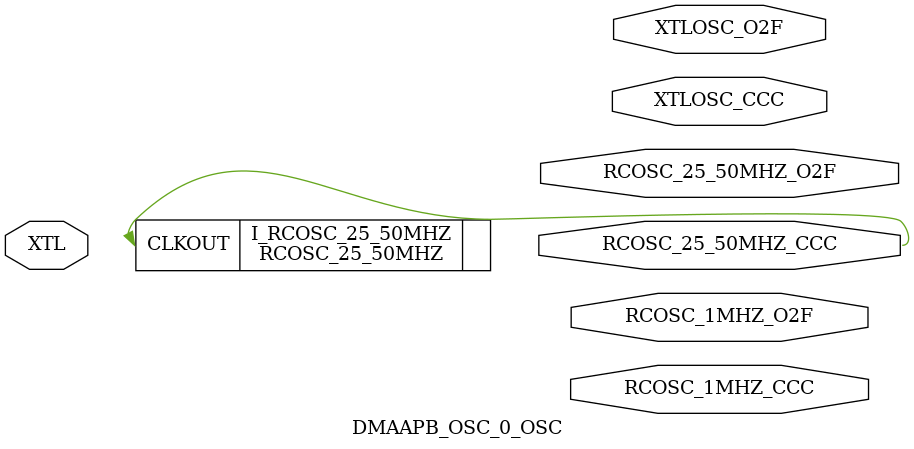
<source format=v>
`timescale 1 ns/100 ps


module DMAAPB_OSC_0_OSC(
       XTL,
       RCOSC_25_50MHZ_CCC,
       RCOSC_25_50MHZ_O2F,
       RCOSC_1MHZ_CCC,
       RCOSC_1MHZ_O2F,
       XTLOSC_CCC,
       XTLOSC_O2F
    );
input  XTL;
output RCOSC_25_50MHZ_CCC;
output RCOSC_25_50MHZ_O2F;
output RCOSC_1MHZ_CCC;
output RCOSC_1MHZ_O2F;
output XTLOSC_CCC;
output XTLOSC_O2F;

    
    RCOSC_25_50MHZ #( .FREQUENCY(50.0) )  I_RCOSC_25_50MHZ (.CLKOUT(
        RCOSC_25_50MHZ_CCC));
    
endmodule

</source>
